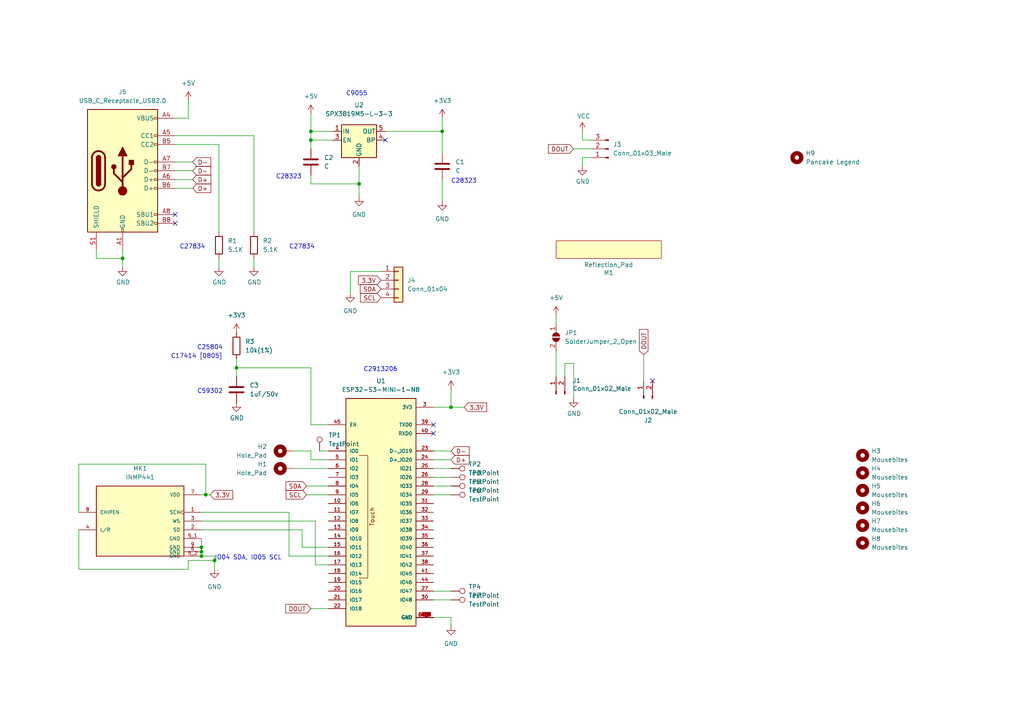
<source format=kicad_sch>
(kicad_sch (version 20231120) (generator "eeschema") (generator_version "8.0")
  (paper "A4")
  (lib_symbols
    (symbol "Connector:Conn_01x02_Male" (pin_names (offset 1.016) hide)
      (property "Reference" "J" (at 0 2.54 0))
      (property "Value" "Conn_01x02_Male" (at 0 -5.08 0))
      (symbol "Conn_01x02_Male_1_1"
        (polyline (pts (xy 1.27 -2.54) (xy 0.8636 -2.54)) (stroke (width 0.1524)))
        (polyline (pts (xy 1.27 0) (xy 0.8636 0)) (stroke (width 0.1524)))
        (rectangle (start 0.8636 -2.413) (end 0 -2.667) (stroke (width 0.1524)) (fill (type outline)))
        (rectangle (start 0.8636 0.127) (end 0 -0.127) (stroke (width 0.1524)) (fill (type outline)))
        (pin passive line (at 5.08 0 180) (length 3.81) (name "Pin_1") (number "1"))
        (pin passive line (at 5.08 -2.54 180) (length 3.81) (name "Pin_2") (number "2"))
      )
    )
    (symbol "Connector:Conn_01x03_Male" (pin_names (offset 1.016) hide)
      (property "Reference" "J" (at 0 5.08 0))
      (property "Value" "Conn_01x03_Male" (at 0 -5.08 0))
      (symbol "Conn_01x03_Male_1_1"
        (polyline (pts (xy 1.27 -2.54) (xy 0.8636 -2.54)) (stroke (width 0.1524)))
        (polyline (pts (xy 1.27 0) (xy 0.8636 0)) (stroke (width 0.1524)))
        (polyline (pts (xy 1.27 2.54) (xy 0.8636 2.54)) (stroke (width 0.1524)))
        (rectangle (start 0.8636 -2.413) (end 0 -2.667) (stroke (width 0.1524)) (fill (type outline)))
        (rectangle (start 0.8636 0.127) (end 0 -0.127) (stroke (width 0.1524)) (fill (type outline)))
        (rectangle (start 0.8636 2.667) (end 0 2.413) (stroke (width 0.1524)) (fill (type outline)))
        (pin passive line (at 5.08 2.54 180) (length 3.81) (name "Pin_1") (number "1"))
        (pin passive line (at 5.08 0 180) (length 3.81) (name "Pin_2") (number "2"))
        (pin passive line (at 5.08 -2.54 180) (length 3.81) (name "Pin_3") (number "3"))
      )
    )
    (symbol "Connector:TestPoint" (pin_numbers hide) (pin_names (offset 0.762) hide)
      (property "Reference" "TP" (at 0 6.858 0))
      (property "Value" "TestPoint" (at 0 5.08 0))
      (symbol "TestPoint_0_1"
        (circle (center 0 3.302) (radius 0.762))
      )
      (symbol "TestPoint_1_1"
        (pin passive line (at 0 0 90) (length 2.54) (name "1") (number "1"))
      )
    )
    (symbol "Connector:USB_C_Receptacle_USB2.0" (pin_names (offset 1.016))
      (property "Reference" "J" (at -10.16 19.05 0))
      (property "Value" "USB_C_Receptacle_USB2.0" (at 19.05 19.05 0))
      (symbol "USB_C_Receptacle_USB2.0_0_0"
        (rectangle (start -0.254 -17.78) (end 0.254 -16.764))
        (rectangle (start 10.16 -14.986) (end 9.144 -15.494))
        (rectangle (start 10.16 -12.446) (end 9.144 -12.954))
        (rectangle (start 10.16 -4.826) (end 9.144 -5.334))
        (rectangle (start 10.16 -2.286) (end 9.144 -2.794))
        (rectangle (start 10.16 0.254) (end 9.144 -0.254))
        (rectangle (start 10.16 2.794) (end 9.144 2.286))
        (rectangle (start 10.16 7.874) (end 9.144 7.366))
        (rectangle (start 10.16 10.414) (end 9.144 9.906))
        (rectangle (start 10.16 15.494) (end 9.144 14.986))
      )
      (symbol "USB_C_Receptacle_USB2.0_0_1"
        (rectangle (start -10.16 17.78) (end 10.16 -17.78) (stroke (width 0.254)) (fill (type background)))
        (arc (start -8.89 -3.81) (mid -6.985 -5.7066) (end -5.08 -3.81) (stroke (width 0.508)))
        (arc (start -7.62 -3.81) (mid -6.985 -4.4422) (end -6.35 -3.81) (stroke (width 0.254)))
        (arc (start -7.62 -3.81) (mid -6.985 -4.4422) (end -6.35 -3.81) (stroke (width 0.254)) (fill (type outline)))
        (rectangle (start -7.62 -3.81) (end -6.35 3.81) (stroke (width 0.254)) (fill (type outline)))
        (arc (start -6.35 3.81) (mid -6.985 4.4422) (end -7.62 3.81) (stroke (width 0.254)))
        (arc (start -6.35 3.81) (mid -6.985 4.4422) (end -7.62 3.81) (stroke (width 0.254)) (fill (type outline)))
        (arc (start -5.08 3.81) (mid -6.985 5.7066) (end -8.89 3.81) (stroke (width 0.508)))
        (circle (center -2.54 1.143) (radius 0.635) (stroke (width 0.254)) (fill (type outline)))
        (circle (center 0 -5.842) (radius 1.27) (fill (type outline)))
        (polyline (pts (xy -8.89 -3.81) (xy -8.89 3.81)) (stroke (width 0.508)))
        (polyline (pts (xy -5.08 3.81) (xy -5.08 -3.81)) (stroke (width 0.508)))
        (polyline (pts (xy 0 -5.842) (xy 0 4.318)) (stroke (width 0.508)))
        (polyline (pts (xy 0 -3.302) (xy -2.54 -0.762) (xy -2.54 0.508)) (stroke (width 0.508)))
        (polyline (pts (xy 0 -2.032) (xy 2.54 0.508) (xy 2.54 1.778)) (stroke (width 0.508)))
        (polyline (pts (xy -1.27 4.318) (xy 0 6.858) (xy 1.27 4.318) (xy -1.27 4.318)) (stroke (width 0.254)) (fill (type outline)))
        (rectangle (start 1.905 1.778) (end 3.175 3.048) (stroke (width 0.254)) (fill (type outline)))
      )
      (symbol "USB_C_Receptacle_USB2.0_1_1"
        (pin passive line (at 0 -22.86 90) (length 5.08) (name "GND") (number "A1"))
        (pin passive line (at 0 -22.86 90) (length 5.08) hide (name "GND") (number "A12"))
        (pin passive line (at 15.24 15.24 180) (length 5.08) (name "VBUS") (number "A4"))
        (pin bidirectional line (at 15.24 10.16 180) (length 5.08) (name "CC1") (number "A5"))
        (pin bidirectional line (at 15.24 -2.54 180) (length 5.08) (name "D+") (number "A6"))
        (pin bidirectional line (at 15.24 2.54 180) (length 5.08) (name "D-") (number "A7"))
        (pin bidirectional line (at 15.24 -12.7 180) (length 5.08) (name "SBU1") (number "A8"))
        (pin passive line (at 15.24 15.24 180) (length 5.08) hide (name "VBUS") (number "A9"))
        (pin passive line (at 0 -22.86 90) (length 5.08) hide (name "GND") (number "B1"))
        (pin passive line (at 0 -22.86 90) (length 5.08) hide (name "GND") (number "B12"))
        (pin passive line (at 15.24 15.24 180) (length 5.08) hide (name "VBUS") (number "B4"))
        (pin bidirectional line (at 15.24 7.62 180) (length 5.08) (name "CC2") (number "B5"))
        (pin bidirectional line (at 15.24 -5.08 180) (length 5.08) (name "D+") (number "B6"))
        (pin bidirectional line (at 15.24 0 180) (length 5.08) (name "D-") (number "B7"))
        (pin bidirectional line (at 15.24 -15.24 180) (length 5.08) (name "SBU2") (number "B8"))
        (pin passive line (at 15.24 15.24 180) (length 5.08) hide (name "VBUS") (number "B9"))
        (pin passive line (at -7.62 -22.86 90) (length 5.08) (name "SHIELD") (number "S1"))
      )
    )
    (symbol "Connector_Generic:Conn_01x04" (pin_names (offset 1.016) hide)
      (property "Reference" "J" (at 0 5.08 0))
      (property "Value" "Conn_01x04" (at 0 -7.62 0))
      (symbol "Conn_01x04_1_1"
        (rectangle (start -1.27 -4.953) (end 0 -5.207) (stroke (width 0.1524)))
        (rectangle (start -1.27 -2.413) (end 0 -2.667) (stroke (width 0.1524)))
        (rectangle (start -1.27 0.127) (end 0 -0.127) (stroke (width 0.1524)))
        (rectangle (start -1.27 2.667) (end 0 2.413) (stroke (width 0.1524)))
        (rectangle (start -1.27 3.81) (end 1.27 -6.35) (stroke (width 0.254)) (fill (type background)))
        (pin passive line (at -5.08 2.54 0) (length 3.81) (name "Pin_1") (number "1"))
        (pin passive line (at -5.08 0 0) (length 3.81) (name "Pin_2") (number "2"))
        (pin passive line (at -5.08 -2.54 0) (length 3.81) (name "Pin_3") (number "3"))
        (pin passive line (at -5.08 -5.08 0) (length 3.81) (name "Pin_4") (number "4"))
      )
    )
    (symbol "Device:C" (pin_numbers hide) (pin_names (offset 0.254))
      (property "Reference" "C" (at 0.635 2.54 0))
      (property "Value" "C" (at 0.635 -2.54 0))
      (symbol "C_0_1"
        (polyline (pts (xy -2.032 -0.762) (xy 2.032 -0.762)) (stroke (width 0.508)))
        (polyline (pts (xy -2.032 0.762) (xy 2.032 0.762)) (stroke (width 0.508)))
      )
      (symbol "C_1_1"
        (pin passive line (at 0 3.81 270) (length 2.794) (name "~") (number "1"))
        (pin passive line (at 0 -3.81 90) (length 2.794) (name "~") (number "2"))
      )
    )
    (symbol "Device:R" (pin_numbers hide) (pin_names (offset 0))
      (property "Reference" "R" (at 2.032 0 90))
      (property "Value" "R" (at 0 0 90))
      (symbol "R_0_1"
        (rectangle (start -1.016 -2.54) (end 1.016 2.54) (stroke (width 0.254)))
      )
      (symbol "R_1_1"
        (pin passive line (at 0 3.81 270) (length 1.27) (name "~") (number "1"))
        (pin passive line (at 0 -3.81 90) (length 1.27) (name "~") (number "2"))
      )
    )
    (symbol "INMP441:INMP441" (pin_names (offset 1.016))
      (property "Reference" "MK1" (at 0 15.24 0))
      (property "Value" "INMP441" (at 0 12.7 0))
      (symbol "INMP441_0_0"
        (rectangle (start -12.7 -10.16) (end 12.7 10.16) (stroke (width 0.254)) (fill (type background)))
        (pin input clock (at 17.78 2.54 180) (length 5.08) (name "SCK") (number "1"))
        (pin bidirectional line (at 17.78 -2.54 180) (length 5.08) (name "SD") (number "2"))
        (pin input line (at 17.78 0 180) (length 5.08) (name "WS") (number "3"))
        (pin input line (at -17.78 -2.54 0) (length 5.08) (name "L/R") (number "4"))
        (pin power_in line (at 17.78 -5.08 180) (length 5.08) (name "GND") (number "5_1"))
        (pin power_in line (at 17.78 -10.16 180) (length 5.08) (name "GND") (number "5_2"))
        (pin power_in line (at 17.78 -8.89 180) (length 5.08) (name "GND") (number "6"))
        (pin power_in line (at 17.78 7.62 180) (length 5.08) (name "VDD") (number "7"))
        (pin input line (at -17.78 2.54 0) (length 5.08) (name "CHIPEN") (number "8"))
        (pin power_in line (at 17.78 -7.62 180) (length 5.08) (name "GND") (number "9"))
      )
    )
    (symbol "Jumper:SolderJumper_2_Open" (pin_names (offset 0) hide)
      (property "Reference" "JP" (at 0 2.032 0))
      (property "Value" "SolderJumper_2_Open" (at 0 -2.54 0))
      (symbol "SolderJumper_2_Open_0_1"
        (arc (start -0.254 1.016) (mid -1.2655 0) (end -0.254 -1.016))
        (arc (start -0.254 1.016) (mid -1.2655 0) (end -0.254 -1.016) (fill (type outline)))
        (polyline (pts (xy -0.254 1.016) (xy -0.254 -1.016)))
        (polyline (pts (xy 0.254 1.016) (xy 0.254 -1.016)))
        (arc (start 0.254 -1.016) (mid 1.2655 0) (end 0.254 1.016))
        (arc (start 0.254 -1.016) (mid 1.2655 0) (end 0.254 1.016) (fill (type outline)))
      )
      (symbol "SolderJumper_2_Open_1_1"
        (pin passive line (at -3.81 0 0) (length 2.54) (name "A") (number "1"))
        (pin passive line (at 3.81 0 180) (length 2.54) (name "B") (number "2"))
      )
    )
    (symbol "Mechanical:MountingHole" (pin_names (offset 1.016))
      (property "Reference" "H" (at 0 5.08 0))
      (property "Value" "MountingHole" (at 0 3.175 0))
      (symbol "MountingHole_0_1"
        (circle (center 0 0) (radius 1.27) (stroke (width 1.27)))
      )
    )
    (symbol "Mechanical:MountingHole_Pad" (pin_numbers hide) (pin_names (offset 1.016) hide)
      (property "Reference" "H" (at 0 6.35 0))
      (property "Value" "MountingHole_Pad" (at 0 4.445 0))
      (symbol "MountingHole_Pad_0_1"
        (circle (center 0 1.27) (radius 1.27) (stroke (width 1.27)))
      )
      (symbol "MountingHole_Pad_1_1"
        (pin input line (at 0 -2.54 90) (length 2.54) (name "1") (number "1"))
      )
    )
    (symbol "PancakeParts:Reflection_Pad" (pin_names (offset 1.016))
      (property "Reference" "U" (at -11.43 0 0))
      (property "Value" "PancakeParts_Reflection_Pad" (at 0 0 0))
      (symbol "Reflection_Pad_0_1"
        (rectangle (start -15.24 -2.54) (end 15.24 2.54) (fill (type background)))
      )
    )
    (symbol "PancakeSymbols:ESP32-S3-MINI-1-N8" (pin_names (offset 1.016))
      (property "Reference" "U" (at -10.16 34.29 0))
      (property "Value" "ESP32-S3-MINI-1-N8" (at -10.16 -35.56 0))
      (symbol "ESP32-S3-MINI-1-N8_0_0"
        (rectangle (start -10.16 -33.02) (end 10.16 33.02) (stroke (width 0.254)) (fill (type background)))
        (text "Touch" (at -2.54 -1.27 900) (effects (font (size 1.27 1.27))))
        (pin power_in line (at 15.24 -30.48 180) (length 5.08) (name "GND") (number "1"))
        (pin bidirectional line (at -15.24 2.54 0) (length 5.08) (name "IO6") (number "10"))
        (pin bidirectional line (at -15.24 0 0) (length 5.08) (name "IO7") (number "11"))
        (pin bidirectional line (at -15.24 -2.54 0) (length 5.08) (name "IO8") (number "12"))
        (pin bidirectional line (at -15.24 -5.08 0) (length 5.08) (name "IO9") (number "13"))
        (pin bidirectional line (at -15.24 -7.62 0) (length 5.08) (name "IO10") (number "14"))
        (pin bidirectional line (at -15.24 -10.16 0) (length 5.08) (name "IO11") (number "15"))
        (pin bidirectional line (at -15.24 -12.7 0) (length 5.08) (name "IO12") (number "16"))
        (pin bidirectional line (at -15.24 -15.24 0) (length 5.08) (name "IO13") (number "17"))
        (pin bidirectional line (at -15.24 -17.78 0) (length 5.08) (name "IO14") (number "18"))
        (pin bidirectional line (at -15.24 -20.32 0) (length 5.08) (name "IO15") (number "19"))
        (pin power_in line (at 15.24 -30.48 180) (length 5.08) (name "GND") (number "2"))
        (pin bidirectional line (at -15.24 -22.86 0) (length 5.08) (name "IO16") (number "20"))
        (pin bidirectional line (at -15.24 -25.4 0) (length 5.08) (name "IO17") (number "21"))
        (pin bidirectional line (at -15.24 -27.94 0) (length 5.08) (name "IO18") (number "22"))
        (pin bidirectional line (at 15.24 17.78 180) (length 5.08) (name "D-_IO19") (number "23"))
        (pin bidirectional line (at 15.24 15.24 180) (length 5.08) (name "D+_IO20") (number "24"))
        (pin bidirectional line (at 15.24 12.7 180) (length 5.08) (name "IO21") (number "25"))
        (pin bidirectional line (at 15.24 10.16 180) (length 5.08) (name "IO26") (number "26"))
        (pin bidirectional line (at 15.24 -22.86 180) (length 5.08) (name "IO47") (number "27"))
        (pin bidirectional line (at 15.24 7.62 180) (length 5.08) (name "IO33") (number "28"))
        (pin bidirectional line (at 15.24 5.08 180) (length 5.08) (name "IO34") (number "29"))
        (pin power_in line (at 15.24 30.48 180) (length 5.08) (name "3V3") (number "3"))
        (pin bidirectional line (at 15.24 -25.4 180) (length 5.08) (name "IO48") (number "30"))
        (pin bidirectional line (at 15.24 2.54 180) (length 5.08) (name "IO35") (number "31"))
        (pin bidirectional line (at 15.24 0 180) (length 5.08) (name "IO36") (number "32"))
        (pin bidirectional line (at 15.24 -2.54 180) (length 5.08) (name "IO37") (number "33"))
        (pin bidirectional line (at 15.24 -5.08 180) (length 5.08) (name "IO38") (number "34"))
        (pin bidirectional line (at 15.24 -7.62 180) (length 5.08) (name "IO39") (number "35"))
        (pin bidirectional line (at 15.24 -10.16 180) (length 5.08) (name "IO40") (number "36"))
        (pin bidirectional line (at 15.24 -12.7 180) (length 5.08) (name "IO41") (number "37"))
        (pin bidirectional line (at 15.24 -15.24 180) (length 5.08) (name "IO42") (number "38"))
        (pin bidirectional line (at 15.24 25.4 180) (length 5.08) (name "TXD0") (number "39"))
        (pin bidirectional line (at -15.24 17.78 0) (length 5.08) (name "IO0") (number "4"))
        (pin bidirectional line (at 15.24 22.86 180) (length 5.08) (name "RXD0") (number "40"))
        (pin bidirectional line (at 15.24 -17.78 180) (length 5.08) (name "IO45") (number "41"))
        (pin power_in line (at 15.24 -30.48 180) (length 5.08) (name "GND") (number "42"))
        (pin power_in line (at 15.24 -30.48 180) (length 5.08) (name "GND") (number "43"))
        (pin bidirectional line (at 15.24 -20.32 180) (length 5.08) (name "IO46") (number "44"))
        (pin input line (at -15.24 25.4 0) (length 5.08) (name "EN") (number "45"))
        (pin power_in line (at 15.24 -30.48 180) (length 5.08) (name "GND") (number "46"))
        (pin power_in line (at 15.24 -30.48 180) (length 5.08) (name "GND") (number "47"))
        (pin power_in line (at 15.24 -30.48 180) (length 5.08) (name "GND") (number "48"))
        (pin power_in line (at 15.24 -30.48 180) (length 5.08) (name "GND") (number "49"))
        (pin bidirectional line (at -15.24 15.24 0) (length 5.08) (name "IO1") (number "5"))
        (pin power_in line (at 15.24 -30.48 180) (length 5.08) (name "GND") (number "50"))
        (pin power_in line (at 15.24 -30.48 180) (length 5.08) (name "GND") (number "51"))
        (pin power_in line (at 15.24 -30.48 180) (length 5.08) (name "GND") (number "52"))
        (pin power_in line (at 15.24 -30.48 180) (length 5.08) (name "GND") (number "53"))
        (pin power_in line (at 15.24 -30.48 180) (length 5.08) (name "GND") (number "54"))
        (pin power_in line (at 15.24 -30.48 180) (length 5.08) (name "GND") (number "55"))
        (pin power_in line (at 15.24 -30.48 180) (length 5.08) (name "GND") (number "56"))
        (pin power_in line (at 15.24 -30.48 180) (length 5.08) (name "GND") (number "57"))
        (pin power_in line (at 15.24 -30.48 180) (length 5.08) (name "GND") (number "58"))
        (pin power_in line (at 15.24 -30.48 180) (length 5.08) (name "GND") (number "59"))
        (pin bidirectional line (at -15.24 12.7 0) (length 5.08) (name "IO2") (number "6"))
        (pin power_in line (at 15.24 -30.48 180) (length 5.08) (name "GND") (number "60"))
        (pin power_in line (at 15.24 -30.48 180) (length 5.08) (name "GND") (number "61"))
        (pin power_in line (at 15.24 -30.48 180) (length 5.08) (name "GND") (number "61_1"))
        (pin power_in line (at 15.24 -30.48 180) (length 5.08) (name "GND") (number "61_2"))
        (pin power_in line (at 15.24 -30.48 180) (length 5.08) (name "GND") (number "61_3"))
        (pin power_in line (at 15.24 -30.48 180) (length 5.08) (name "GND") (number "61_4"))
        (pin power_in line (at 15.24 -30.48 180) (length 5.08) (name "GND") (number "61_5"))
        (pin power_in line (at 15.24 -30.48 180) (length 5.08) (name "GND") (number "61_6"))
        (pin power_in line (at 15.24 -30.48 180) (length 5.08) (name "GND") (number "61_7"))
        (pin power_in line (at 15.24 -30.48 180) (length 5.08) (name "GND") (number "61_8"))
        (pin power_in line (at 15.24 -30.48 180) (length 5.08) (name "GND") (number "62"))
        (pin power_in line (at 15.24 -30.48 180) (length 5.08) (name "GND") (number "63"))
        (pin power_in line (at 15.24 -30.48 180) (length 5.08) (name "GND") (number "64"))
        (pin power_in line (at 15.24 -30.48 180) (length 5.08) (name "GND") (number "65"))
        (pin bidirectional line (at -15.24 10.16 0) (length 5.08) (name "IO3") (number "7"))
        (pin bidirectional line (at -15.24 7.62 0) (length 5.08) (name "IO4") (number "8"))
        (pin bidirectional line (at -15.24 5.08 0) (length 5.08) (name "IO5") (number "9"))
      )
      (symbol "ESP32-S3-MINI-1-N8_1_1"
        (polyline (pts (xy -6.35 16.51) (xy -3.81 16.51) (xy -3.81 -19.05) (xy -6.35 -19.05)))
      )
    )
    (symbol "Regulator_Linear:SPX3819M5-L-3-3" (pin_names (offset 0.254))
      (property "Reference" "U" (at -3.81 5.715 0))
      (property "Value" "SPX3819M5-L-3-3" (at 0 5.715 0))
      (symbol "SPX3819M5-L-3-3_0_1"
        (rectangle (start -5.08 4.445) (end 5.08 -5.08) (stroke (width 0.254)) (fill (type background)))
      )
      (symbol "SPX3819M5-L-3-3_1_1"
        (pin power_in line (at -7.62 2.54 0) (length 2.54) (name "IN") (number "1"))
        (pin power_in line (at 0 -7.62 90) (length 2.54) (name "GND") (number "2"))
        (pin input line (at -7.62 0 0) (length 2.54) (name "EN") (number "3"))
        (pin input line (at 7.62 0 180) (length 2.54) (name "BP") (number "4"))
        (pin power_out line (at 7.62 2.54 180) (length 2.54) (name "OUT") (number "5"))
      )
    )
    (symbol "power:+3V3" (power) (pin_names (offset 0))
      (property "Value" "+3V3" (at 0 3.556 0))
      (symbol "+3V3_0_1"
        (polyline (pts (xy -0.762 1.27) (xy 0 2.54)))
        (polyline (pts (xy 0 0) (xy 0 2.54)))
        (polyline (pts (xy 0 2.54) (xy 0.762 1.27)))
      )
      (symbol "+3V3_1_1"
        (pin power_in line (at 0 0 90) (length 0) hide (name "+3V3") (number "1"))
      )
    )
    (symbol "power:+5V" (power) (pin_names (offset 0))
      (property "Value" "+5V" (at 0 3.556 0))
      (symbol "+5V_0_1"
        (polyline (pts (xy -0.762 1.27) (xy 0 2.54)))
        (polyline (pts (xy 0 0) (xy 0 2.54)))
        (polyline (pts (xy 0 2.54) (xy 0.762 1.27)))
      )
      (symbol "+5V_1_1"
        (pin power_in line (at 0 0 90) (length 0) hide (name "+5V") (number "1"))
      )
    )
    (symbol "power:GND" (power) (pin_names (offset 0))
      (property "Value" "GND" (at 0 -3.81 0))
      (symbol "GND_0_1"
        (polyline (pts (xy 0 0) (xy 0 -1.27) (xy 1.27 -1.27) (xy 0 -2.54) (xy -1.27 -1.27) (xy 0 -1.27)))
      )
      (symbol "GND_1_1"
        (pin power_in line (at 0 0 270) (length 0) hide (name "GND") (number "1"))
      )
    )
    (symbol "power:VCC" (power) (pin_names (offset 0))
      (property "Value" "VCC" (at 0 3.81 0))
      (symbol "VCC_0_1"
        (polyline (pts (xy -0.762 1.27) (xy 0 2.54)))
        (polyline (pts (xy 0 0) (xy 0 2.54)))
        (polyline (pts (xy 0 2.54) (xy 0.762 1.27)))
      )
      (symbol "VCC_1_1"
        (pin power_in line (at 0 0 90) (length 0) hide (name "VCC") (number "1"))
      )
    )
  )
  (junction (at 62.23 162.56))
  (junction (at 58.42 158.75))
  (junction (at 128.27 38.1))
  (junction (at 58.42 161.29))
  (junction (at 58.42 160.02))
  (junction (at 59.69 143.51))
  (junction (at 130.81 118.11))
  (junction (at 104.14 53.34))
  (junction (at 68.58 106.68))
  (junction (at 35.56 74.93))
  (junction (at 90.17 38.1))
  (junction (at 90.17 40.64))
  (no_connect (at 111.76 40.64))
  (no_connect (at 189.23 110.49))
  (no_connect (at 50.8 64.77))
  (no_connect (at 50.8 62.23))
  (no_connect (at 125.73 125.73))
  (no_connect (at 125.73 123.19))
  (wire (pts (xy 134.62 118.11) (xy 130.81 118.11)))
  (wire (pts (xy 125.73 140.97) (xy 130.81 140.97)))
  (wire (pts (xy 62.23 161.29) (xy 62.23 162.56)))
  (wire (pts (xy 90.17 123.19) (xy 95.25 123.19)))
  (wire (pts (xy 125.73 143.51) (xy 130.81 143.51)))
  (wire (pts (xy 125.73 118.11) (xy 130.81 118.11)))
  (wire (pts (xy 54.61 165.1) (xy 54.61 162.56)))
  (wire (pts (xy 90.17 43.18) (xy 90.17 40.64)))
  (wire (pts (xy 90.17 133.35) (xy 90.17 130.81)))
  (wire (pts (xy 58.42 160.02) (xy 58.42 161.29)))
  (wire (pts (xy 88.9 140.97) (xy 95.25 140.97)))
  (wire (pts (xy 58.42 158.75) (xy 58.42 160.02)))
  (wire (pts (xy 58.42 156.21) (xy 58.42 158.75)))
  (wire (pts (xy 161.29 91.44) (xy 161.29 93.98)))
  (wire (pts (xy 50.8 52.07) (xy 55.88 52.07)))
  (wire (pts (xy 68.58 106.68) (xy 68.58 109.22)))
  (wire (pts (xy 22.86 153.67) (xy 22.86 165.1)))
  (wire (pts (xy 166.37 105.41) (xy 166.37 115.57)))
  (wire (pts (xy 90.17 123.19) (xy 90.17 106.68)))
  (wire (pts (xy 59.69 134.62) (xy 59.69 143.51)))
  (wire (pts (xy 90.17 40.64) (xy 90.17 38.1)))
  (wire (pts (xy 161.29 101.6) (xy 161.29 109.22)))
  (wire (pts (xy 50.8 34.29) (xy 54.61 34.29)))
  (wire (pts (xy 58.42 143.51) (xy 59.69 143.51)))
  (wire (pts (xy 62.23 162.56) (xy 62.23 165.1)))
  (wire (pts (xy 130.81 179.07) (xy 130.81 181.61)))
  (wire (pts (xy 87.63 153.67) (xy 87.63 158.75)))
  (wire (pts (xy 95.25 161.29) (xy 83.82 161.29)))
  (wire (pts (xy 90.17 130.81) (xy 85.09 130.81)))
  (wire (pts (xy 50.8 49.53) (xy 55.88 49.53)))
  (wire (pts (xy 50.8 41.91) (xy 63.5 41.91)))
  (wire (pts (xy 22.86 148.59) (xy 22.86 134.62)))
  (wire (pts (xy 125.73 130.81) (xy 130.81 130.81)))
  (wire (pts (xy 125.73 171.45) (xy 130.81 171.45)))
  (wire (pts (xy 128.27 34.29) (xy 128.27 38.1)))
  (wire (pts (xy 58.42 161.29) (xy 62.23 161.29)))
  (wire (pts (xy 128.27 52.07) (xy 128.27 58.42)))
  (wire (pts (xy 111.76 38.1) (xy 128.27 38.1)))
  (wire (pts (xy 125.73 173.99) (xy 130.81 173.99)))
  (wire (pts (xy 90.17 38.1) (xy 90.17 33.02)))
  (wire (pts (xy 50.8 46.99) (xy 55.88 46.99)))
  (wire (pts (xy 59.69 143.51) (xy 60.96 143.51)))
  (wire (pts (xy 91.44 163.83) (xy 95.25 163.83)))
  (wire (pts (xy 54.61 162.56) (xy 62.23 162.56)))
  (wire (pts (xy 128.27 38.1) (xy 128.27 44.45)))
  (wire (pts (xy 101.6 78.74) (xy 101.6 85.09)))
  (wire (pts (xy 68.58 104.14) (xy 68.58 106.68)))
  (wire (pts (xy 166.37 105.41) (xy 163.83 105.41)))
  (wire (pts (xy 73.66 74.93) (xy 73.66 77.47)))
  (wire (pts (xy 50.8 39.37) (xy 73.66 39.37)))
  (wire (pts (xy 130.81 118.11) (xy 130.81 113.03)))
  (wire (pts (xy 83.82 148.59) (xy 58.42 148.59)))
  (wire (pts (xy 22.86 134.62) (xy 59.69 134.62)))
  (wire (pts (xy 88.9 143.51) (xy 95.25 143.51)))
  (wire (pts (xy 85.09 135.89) (xy 95.25 135.89)))
  (wire (pts (xy 125.73 135.89) (xy 130.81 135.89)))
  (wire (pts (xy 27.94 74.93) (xy 35.56 74.93)))
  (wire (pts (xy 95.25 130.81) (xy 92.71 130.81)))
  (wire (pts (xy 35.56 74.93) (xy 35.56 77.47)))
  (wire (pts (xy 168.91 45.72) (xy 168.91 48.26)))
  (wire (pts (xy 63.5 41.91) (xy 63.5 67.31)))
  (wire (pts (xy 50.8 54.61) (xy 55.88 54.61)))
  (wire (pts (xy 58.42 153.67) (xy 87.63 153.67)))
  (wire (pts (xy 110.49 78.74) (xy 101.6 78.74)))
  (wire (pts (xy 90.17 133.35) (xy 95.25 133.35)))
  (wire (pts (xy 104.14 53.34) (xy 104.14 57.15)))
  (wire (pts (xy 54.61 34.29) (xy 54.61 29.21)))
  (wire (pts (xy 83.82 161.29) (xy 83.82 148.59)))
  (wire (pts (xy 125.73 138.43) (xy 130.81 138.43)))
  (wire (pts (xy 73.66 39.37) (xy 73.66 67.31)))
  (wire (pts (xy 90.17 53.34) (xy 104.14 53.34)))
  (wire (pts (xy 95.25 176.53) (xy 90.17 176.53)))
  (wire (pts (xy 63.5 74.93) (xy 63.5 77.47)))
  (wire (pts (xy 186.69 110.49) (xy 186.69 102.87)))
  (wire (pts (xy 90.17 106.68) (xy 68.58 106.68)))
  (wire (pts (xy 96.52 40.64) (xy 90.17 40.64)))
  (wire (pts (xy 125.73 133.35) (xy 130.81 133.35)))
  (wire (pts (xy 171.45 45.72) (xy 168.91 45.72)))
  (wire (pts (xy 58.42 151.13) (xy 91.44 151.13)))
  (wire (pts (xy 91.44 151.13) (xy 91.44 163.83)))
  (wire (pts (xy 163.83 105.41) (xy 163.83 109.22)))
  (wire (pts (xy 35.56 72.39) (xy 35.56 74.93)))
  (wire (pts (xy 90.17 50.8) (xy 90.17 53.34)))
  (wire (pts (xy 96.52 38.1) (xy 90.17 38.1)))
  (wire (pts (xy 87.63 158.75) (xy 95.25 158.75)))
  (wire (pts (xy 104.14 48.26) (xy 104.14 53.34)))
  (wire (pts (xy 166.37 43.18) (xy 171.45 43.18)))
  (wire (pts (xy 27.94 72.39) (xy 27.94 74.93)))
  (wire (pts (xy 22.86 165.1) (xy 54.61 165.1)))
  (wire (pts (xy 171.45 40.64) (xy 168.91 40.64)))
  (wire (pts (xy 125.73 179.07) (xy 130.81 179.07)))
  (wire (pts (xy 168.91 40.64) (xy 168.91 38.1)))
  (text "C17414 [0805]" (at 49.53 104.14 0) (effects (font (size 1.27 1.27)) (justify left bottom)))
  (text "C59302" (at 57.15 114.3 0) (effects (font (size 1.27 1.27)) (justify left bottom)))
  (text "C28323" (at 130.81 53.34 0) (effects (font (size 1.27 1.27)) (justify left bottom)))
  (text "C27834" (at 52.07 72.39 0) (effects (font (size 1.27 1.27)) (justify left bottom)))
  (text "C2913206" (at 105.41 107.95 0) (effects (font (size 1.27 1.27)) (justify left bottom)))
  (text "C25804" (at 57.15 101.6 0) (effects (font (size 1.27 1.27)) (justify left bottom)))
  (text "C28323" (at 80.01 52.07 0) (effects (font (size 1.27 1.27)) (justify left bottom)))
  (text "C27834" (at 83.82 72.39 0) (effects (font (size 1.27 1.27)) (justify left bottom)))
  (text "C9055" (at 100.33 27.94 0) (effects (font (size 1.27 1.27)) (justify left bottom)))
  (text "IO04 SDA, IO05 SCL" (at 62.23 162.56 0) (effects (font (size 1.27 1.27)) (justify left bottom)))
  (global_label "D+" (shape input) (at 55.88 52.07 0) (property "Intersheetrefs" "${INTERSHEET_REFS}" (effects (hide yes))))
  (global_label "D-" (shape input) (at 130.81 130.81 0) (property "Intersheetrefs" "${INTERSHEET_REFS}" (effects (hide yes))))
  (global_label "3.3V" (shape input) (at 110.49 81.28 180) (property "Intersheetrefs" "${INTERSHEET_REFS}" (effects (hide yes))))
  (global_label "D+" (shape input) (at 130.81 133.35 0) (property "Intersheetrefs" "${INTERSHEET_REFS}" (effects (hide yes))))
  (global_label "D+" (shape input) (at 55.88 54.61 0) (property "Intersheetrefs" "${INTERSHEET_REFS}" (effects (hide yes))))
  (global_label "DOUT" (shape input) (at 186.69 102.87 90) (property "Intersheetrefs" "${INTERSHEET_REFS}" (effects (hide yes))))
  (global_label "DOUT" (shape input) (at 166.37 43.18 180) (property "Intersheetrefs" "${INTERSHEET_REFS}" (effects (hide yes))))
  (global_label "SDA" (shape input) (at 110.49 83.82 180) (property "Intersheetrefs" "${INTERSHEET_REFS}" (effects (hide yes))))
  (global_label "D-" (shape input) (at 55.88 46.99 0) (property "Intersheetrefs" "${INTERSHEET_REFS}" (effects (hide yes))))
  (global_label "SDA" (shape input) (at 88.9 140.97 180) (property "Intersheetrefs" "${INTERSHEET_REFS}" (effects (hide yes))))
  (global_label "DOUT" (shape input) (at 90.17 176.53 180) (property "Intersheetrefs" "${INTERSHEET_REFS}" (effects (hide yes))))
  (global_label "SCL" (shape input) (at 88.9 143.51 180) (property "Intersheetrefs" "${INTERSHEET_REFS}" (effects (hide yes))))
  (global_label "SCL" (shape input) (at 110.49 86.36 180) (property "Intersheetrefs" "${INTERSHEET_REFS}" (effects (hide yes))))
  (global_label "D-" (shape input) (at 55.88 49.53 0) (property "Intersheetrefs" "${INTERSHEET_REFS}" (effects (hide yes))))
  (global_label "3.3V" (shape input) (at 134.62 118.11 0) (property "Intersheetrefs" "${INTERSHEET_REFS}" (effects (hide yes))))
  (global_label "3.3V" (shape input) (at 60.96 143.51 0) (property "Intersheetrefs" "${INTERSHEET_REFS}" (effects (hide yes))))
  (symbol (lib_id "Connector:Conn_01x02_Male") (at 186.69 115.57 90) (unit 1) (in_bom no)
    (property "Reference" "J2" (at 187.96 121.92 90))
    (property "Value" "Conn_01x02_Male" (at 187.96 119.38 90))
    (property "Footprint" "Pancake:Panel_Connector 02" (effects (hide yes)))
  )
  (symbol (lib_id "Connector:Conn_01x02_Male") (at 161.29 114.3 90) (unit 1) (in_bom no)
    (property "Reference" "J1" (at 166.0652 110.3884 90) (effects (justify right)))
    (property "Value" "Conn_01x02_Male" (at 166.0652 112.6998 90) (effects (justify right)))
    (property "Footprint" "Pancake:Panel_Connector 02" (effects (hide yes)))
  )
  (symbol (lib_id "power:GND") (at 166.37 115.57 0) (unit 1)
    (property "Reference" "#PWR01" (effects (hide yes)))
    (property "Value" "GND" (at 166.497 119.9642 0))
  )
  (symbol (lib_id "PancakeParts:Reflection_Pad") (at 176.53 72.39 180) (unit 1) (in_bom no)
    (property "Reference" "M1" (at 176.53 79.121 0))
    (property "Value" "Reflection_Pad" (at 176.53 76.8096 0))
    (property "Footprint" "Pancake:Reflection_Mask_140mm_Cutout" (effects (hide yes)))
  )
  (symbol (lib_id "Mechanical:MountingHole_Pad") (at 82.55 130.81 90) (unit 1)
    (property "Reference" "H2" (at 77.47 129.54 90) (effects (justify left)))
    (property "Value" "Hole_Pad" (at 77.47 132.08 90) (effects (justify left)))
    (property "Footprint" "Pancake:M3_Soldernut" (effects (hide yes)))
  )
  (symbol (lib_id "power:GND") (at 68.58 116.84 0) (unit 1)
    (property "Reference" "#PWR03" (effects (hide yes)))
    (property "Value" "GND" (at 68.707 121.2342 0))
  )
  (symbol (lib_id "power:+3V3") (at 68.58 96.52 0) (unit 1)
    (property "Reference" "#PWR02" (effects (hide yes)))
    (property "Value" "+3V3" (at 68.58 91.44 0))
  )
  (symbol (lib_id "power:GND") (at 128.27 58.42 0) (unit 1)
    (property "Reference" "#PWR0108" (effects (hide yes)))
    (property "Value" "GND" (at 128.27 63.5 0))
  )
  (symbol (lib_id "Connector:TestPoint") (at 130.81 138.43 270) (unit 1)
    (property "Reference" "TP3" (at 135.89 137.1599 90) (effects (justify left)))
    (property "Value" "TestPoint" (at 135.89 139.6999 90) (effects (justify left)))
    (property "Footprint" "TestPoint:TestPoint_Pad_D1.0mm" (effects (hide yes)))
  )
  (symbol (lib_id "power:GND") (at 35.56 77.47 0) (unit 1)
    (property "Reference" "#PWR012" (effects (hide yes)))
    (property "Value" "GND" (at 35.687 81.8642 0))
  )
  (symbol (lib_id "power:+3V3") (at 130.81 113.03 0) (unit 1)
    (property "Reference" "#PWR07" (effects (hide yes)))
    (property "Value" "+3V3" (at 130.81 107.95 0))
  )
  (symbol (lib_id "Connector:TestPoint") (at 130.81 135.89 270) (unit 1)
    (property "Reference" "TP2" (at 135.89 134.6199 90) (effects (justify left)))
    (property "Value" "TestPoint" (at 135.89 137.1599 90) (effects (justify left)))
    (property "Footprint" "TestPoint:TestPoint_Pad_D1.0mm" (effects (hide yes)))
  )
  (symbol (lib_id "Mechanical:MountingHole") (at 250.19 147.32 0) (unit 1)
    (property "Reference" "H6" (at 252.73 146.0499 0) (effects (justify left)))
    (property "Value" "Mousebites" (at 252.73 148.5899 0) (effects (justify left)))
    (property "Footprint" "Pancake:Mousebites_03" (effects (hide yes)))
  )
  (symbol (lib_id "Device:C") (at 128.27 48.26 0) (unit 1)
    (property "Reference" "C1" (at 132.08 46.9899 0) (effects (justify left)))
    (property "Value" "C" (at 132.08 49.5299 0) (effects (justify left)))
    (property "Footprint" "Capacitor_SMD:C_0805_2012Metric" (effects (hide yes)))
  )
  (symbol (lib_id "Mechanical:MountingHole_Pad") (at 82.55 135.89 90) (unit 1)
    (property "Reference" "H1" (at 77.47 134.62 90) (effects (justify left)))
    (property "Value" "Hole_Pad" (at 77.47 137.16 90) (effects (justify left)))
    (property "Footprint" "Pancake:M3_Soldernut" (effects (hide yes)))
  )
  (symbol (lib_id "power:GND") (at 73.66 77.47 0) (unit 1)
    (property "Reference" "#PWR015" (effects (hide yes)))
    (property "Value" "GND" (at 73.787 81.8642 0))
  )
  (symbol (lib_id "INMP441:INMP441") (at 40.64 151.13 0) (unit 1)
    (property "Reference" "MK1" (at 40.64 135.89 0))
    (property "Value" "INMP441" (at 40.64 138.43 0))
    (property "Footprint" "inmp441:MIC_INMP441" (effects (hide yes)))
    (property "MANUFACTURER" "TDK InvenSense" (effects (hide yes)))
  )
  (symbol (lib_id "Connector:TestPoint") (at 130.81 140.97 270) (unit 1)
    (property "Reference" "TP5" (at 135.89 139.6999 90) (effects (justify left)))
    (property "Value" "TestPoint" (at 135.89 142.2399 90) (effects (justify left)))
    (property "Footprint" "TestPoint:TestPoint_Pad_D1.0mm" (effects (hide yes)))
  )
  (symbol (lib_id "power:GND") (at 104.14 57.15 0) (unit 1)
    (property "Reference" "#PWR06" (effects (hide yes)))
    (property "Value" "GND" (at 104.14 62.23 0))
  )
  (symbol (lib_id "Regulator_Linear:SPX3819M5-L-3-3") (at 104.14 40.64 0) (unit 1)
    (property "Reference" "U2" (at 104.14 30.48 0))
    (property "Value" "SPX3819M5-L-3-3" (at 104.14 33.02 0))
    (property "Footprint" "Package_TO_SOT_SMD:SOT-23-5" (effects (hide yes)))
    (property "Datasheet" "https://www.exar.com/content/document.ashx?id=22106&languageid=1033&type=Datasheet&partnumber=SPX3819&filename=SPX3819.pdf&part=SPX3819" (effects (hide yes)))
  )
  (symbol (lib_id "power:GND") (at 63.5 77.47 0) (unit 1)
    (property "Reference" "#PWR014" (effects (hide yes)))
    (property "Value" "GND" (at 63.627 81.8642 0))
  )
  (symbol (lib_id "power:+5V") (at 161.29 91.44 0) (unit 1)
    (property "Reference" "#PWR0103" (effects (hide yes)))
    (property "Value" "+5V" (at 161.29 86.36 0))
  )
  (symbol (lib_id "Device:C") (at 68.58 113.03 0) (unit 1)
    (property "Reference" "C3" (at 72.39 111.7599 0) (effects (justify left)))
    (property "Value" "1uF/50v" (at 72.39 114.2999 0) (effects (justify left)))
    (property "Footprint" "Capacitor_SMD:C_0805_2012Metric" (effects (hide yes)))
  )
  (symbol (lib_id "Jumper:SolderJumper_2_Open") (at 161.29 97.79 270) (unit 1)
    (property "Reference" "JP1" (at 163.83 96.5199 90) (effects (justify left)))
    (property "Value" "SolderJumper_2_Open" (at 163.83 99.0599 90) (effects (justify left)))
    (property "Footprint" "Pancake:Jumper_Pad" (effects (hide yes)))
  )
  (symbol (lib_id "Device:R") (at 68.58 100.33 0) (unit 1)
    (property "Reference" "R3" (at 71.12 99.0599 0) (effects (justify left)))
    (property "Value" "10k(1%)" (at 71.12 101.5999 0) (effects (justify left)))
    (property "Footprint" "Resistor_SMD:R_0805_2012Metric" (effects (hide yes)))
  )
  (symbol (lib_id "power:+5V") (at 90.17 33.02 0) (unit 1)
    (property "Reference" "#PWR0105" (effects (hide yes)))
    (property "Value" "+5V" (at 90.17 27.94 0))
  )
  (symbol (lib_id "Connector:TestPoint") (at 92.71 130.81 0) (unit 1)
    (property "Reference" "TP1" (at 95.25 126.2379 0) (effects (justify left)))
    (property "Value" "TestPoint" (at 95.25 128.7779 0) (effects (justify left)))
    (property "Footprint" "TestPoint:TestPoint_Pad_D1.0mm" (effects (hide yes)))
  )
  (symbol (lib_id "Mechanical:MountingHole") (at 250.19 152.4 0) (unit 1)
    (property "Reference" "H7" (at 252.73 151.1299 0) (effects (justify left)))
    (property "Value" "Mousebites" (at 252.73 153.6699 0) (effects (justify left)))
    (property "Footprint" "Pancake:Mousebites_03" (effects (hide yes)))
  )
  (symbol (lib_id "Device:C") (at 90.17 46.99 0) (unit 1)
    (property "Reference" "C2" (at 93.98 45.7199 0) (effects (justify left)))
    (property "Value" "C" (at 93.98 48.2599 0) (effects (justify left)))
    (property "Footprint" "Capacitor_SMD:C_0805_2012Metric" (effects (hide yes)))
  )
  (symbol (lib_id "Connector:USB_C_Receptacle_USB2.0") (at 35.56 49.53 0) (unit 1)
    (property "Reference" "J5" (at 35.56 26.67 0))
    (property "Value" "USB_C_Receptacle_USB2.0" (at 35.56 29.21 0))
    (property "Footprint" "Pancake:USB_C_Receptacle_HRO_TYPE-C-31-M-12" (effects (hide yes)))
    (property "Datasheet" "https://www.usb.org/sites/default/files/documents/usb_type-c.zip" (effects (hide yes)))
  )
  (symbol (lib_id "power:GND") (at 101.6 85.09 0) (unit 1)
    (property "Reference" "#PWR0109" (effects (hide yes)))
    (property "Value" "GND" (at 101.6 90.17 0))
  )
  (symbol (lib_id "Connector_Generic:Conn_01x04") (at 115.57 81.28 0) (unit 1)
    (property "Reference" "J4" (at 118.11 81.2799 0) (effects (justify left)))
    (property "Value" "Conn_01x04" (at 118.11 83.8199 0) (effects (justify left)))
    (property "Footprint" "Pancake:I2C Breakout Pads" (effects (hide yes)))
  )
  (symbol (lib_id "Device:R") (at 63.5 71.12 180) (unit 1)
    (property "Reference" "R1" (at 66.04 69.8499 0) (effects (justify right)))
    (property "Value" "5.1K" (at 66.04 72.3899 0) (effects (justify right)))
    (property "Footprint" "Resistor_SMD:R_0805_2012Metric" (effects (hide yes)))
  )
  (symbol (lib_id "power:GND") (at 62.23 165.1 0) (unit 1)
    (property "Reference" "#PWR04" (effects (hide yes)))
    (property "Value" "GND" (at 62.23 170.18 0))
  )
  (symbol (lib_id "power:+5V") (at 54.61 29.21 0) (unit 1)
    (property "Reference" "#PWR013" (effects (hide yes)))
    (property "Value" "+5V" (at 54.61 24.13 0))
  )
  (symbol (lib_id "Connector:TestPoint") (at 130.81 171.45 270) (unit 1)
    (property "Reference" "TP4" (at 135.89 170.1799 90) (effects (justify left)))
    (property "Value" "TestPoint" (at 135.89 172.7199 90) (effects (justify left)))
    (property "Footprint" "TestPoint:TestPoint_Pad_D1.0mm" (effects (hide yes)))
  )
  (symbol (lib_id "Connector:TestPoint") (at 130.81 173.99 270) (unit 1)
    (property "Reference" "TP7" (at 135.89 172.7199 90) (effects (justify left)))
    (property "Value" "TestPoint" (at 135.89 175.2599 90) (effects (justify left)))
    (property "Footprint" "TestPoint:TestPoint_Pad_D1.0mm" (effects (hide yes)))
  )
  (symbol (lib_id "power:+3V3") (at 128.27 34.29 0) (unit 1)
    (property "Reference" "#PWR0106" (effects (hide yes)))
    (property "Value" "+3V3" (at 128.27 29.21 0))
  )
  (symbol (lib_id "power:GND") (at 168.91 48.26 0) (unit 1)
    (property "Reference" "#PWR0101" (effects (hide yes)))
    (property "Value" "GND" (at 169.037 52.6542 0))
  )
  (symbol (lib_id "power:VCC") (at 168.91 38.1 0) (unit 1)
    (property "Reference" "#PWR0102" (effects (hide yes)))
    (property "Value" "VCC" (at 169.291 33.7058 0))
  )
  (symbol (lib_id "PancakeSymbols:ESP32-S3-MINI-1-N8") (at 110.49 148.59 0) (unit 1)
    (property "Reference" "U1" (at 110.49 110.49 0))
    (property "Value" "ESP32-S3-MINI-1-N8" (at 110.49 113.03 0))
    (property "Footprint" "Pancake:XCVR_ESP32-S3-MINI-1-N8" (effects (hide yes)))
    (property "PARTREV" "v0.6" (effects (hide yes)))
    (property "MAXIMUM_PACKAGE_HEIGHT" "2.55mm" (effects (hide yes)))
    (property "STANDARD" "Manufacturer Recommendations" (effects (hide yes)))
    (property "MANUFACTURER" "Espressif" (effects (hide yes)))
  )
  (symbol (lib_id "power:GND") (at 130.81 181.61 0) (unit 1)
    (property "Reference" "#PWR0107" (effects (hide yes)))
    (property "Value" "GND" (at 130.81 186.69 0))
  )
  (symbol (lib_id "Mechanical:MountingHole") (at 250.19 132.08 0) (unit 1)
    (property "Reference" "H3" (at 252.73 130.8099 0) (effects (justify left)))
    (property "Value" "Mousebites" (at 252.73 133.3499 0) (effects (justify left)))
    (property "Footprint" "Pancake:Mousebites_03" (effects (hide yes)))
  )
  (symbol (lib_id "Device:R") (at 73.66 71.12 180) (unit 1)
    (property "Reference" "R2" (at 76.2 69.8499 0) (effects (justify right)))
    (property "Value" "5.1K" (at 76.2 72.3899 0) (effects (justify right)))
    (property "Footprint" "Resistor_SMD:R_0805_2012Metric" (effects (hide yes)))
  )
  (symbol (lib_id "Connector:TestPoint") (at 130.81 143.51 270) (unit 1)
    (property "Reference" "TP6" (at 135.89 142.2399 90) (effects (justify left)))
    (property "Value" "TestPoint" (at 135.89 144.7799 90) (effects (justify left)))
    (property "Footprint" "TestPoint:TestPoint_Pad_D1.0mm" (effects (hide yes)))
  )
  (symbol (lib_id "Mechanical:MountingHole") (at 250.19 142.24 0) (unit 1)
    (property "Reference" "H5" (at 252.73 140.9699 0) (effects (justify left)))
    (property "Value" "Mousebites" (at 252.73 143.5099 0) (effects (justify left)))
    (property "Footprint" "Pancake:Mousebites_03" (effects (hide yes)))
  )
  (symbol (lib_id "Mechanical:MountingHole") (at 231.14 45.72 0) (unit 1)
    (property "Reference" "H9" (at 233.68 44.4499 0) (effects (justify left)))
    (property "Value" "Pancake Legend" (at 233.68 46.9899 0) (effects (justify left)))
    (property "Footprint" "CCHS:PancakeLegend_Logo" (effects (hide yes)))
  )
  (symbol (lib_id "Connector:Conn_01x03_Male") (at 176.53 43.18 180) (unit 1)
    (property "Reference" "J3" (at 177.8 41.9099 0) (effects (justify right)))
    (property "Value" "Conn_01x03_Male" (at 177.8 44.4499 0) (effects (justify right)))
    (property "Footprint" "Pancake:RGB_Controller_Panel" (effects (hide yes)))
  )
  (symbol (lib_id "Mechanical:MountingHole") (at 250.19 157.48 0) (unit 1)
    (property "Reference" "H8" (at 252.73 156.2099 0) (effects (justify left)))
    (property "Value" "Mousebites" (at 252.73 158.7499 0) (effects (justify left)))
    (property "Footprint" "Pancake:Mousebites_03" (effects (hide yes)))
  )
  (symbol (lib_id "Mechanical:MountingHole") (at 250.19 137.16 0) (unit 1)
    (property "Reference" "H4" (at 252.73 135.8899 0) (effects (justify left)))
    (property "Value" "Mousebites" (at 252.73 138.4299 0) (effects (justify left)))
    (property "Footprint" "Pancake:Mousebites_03" (effects (hide yes)))
  )
)
</source>
